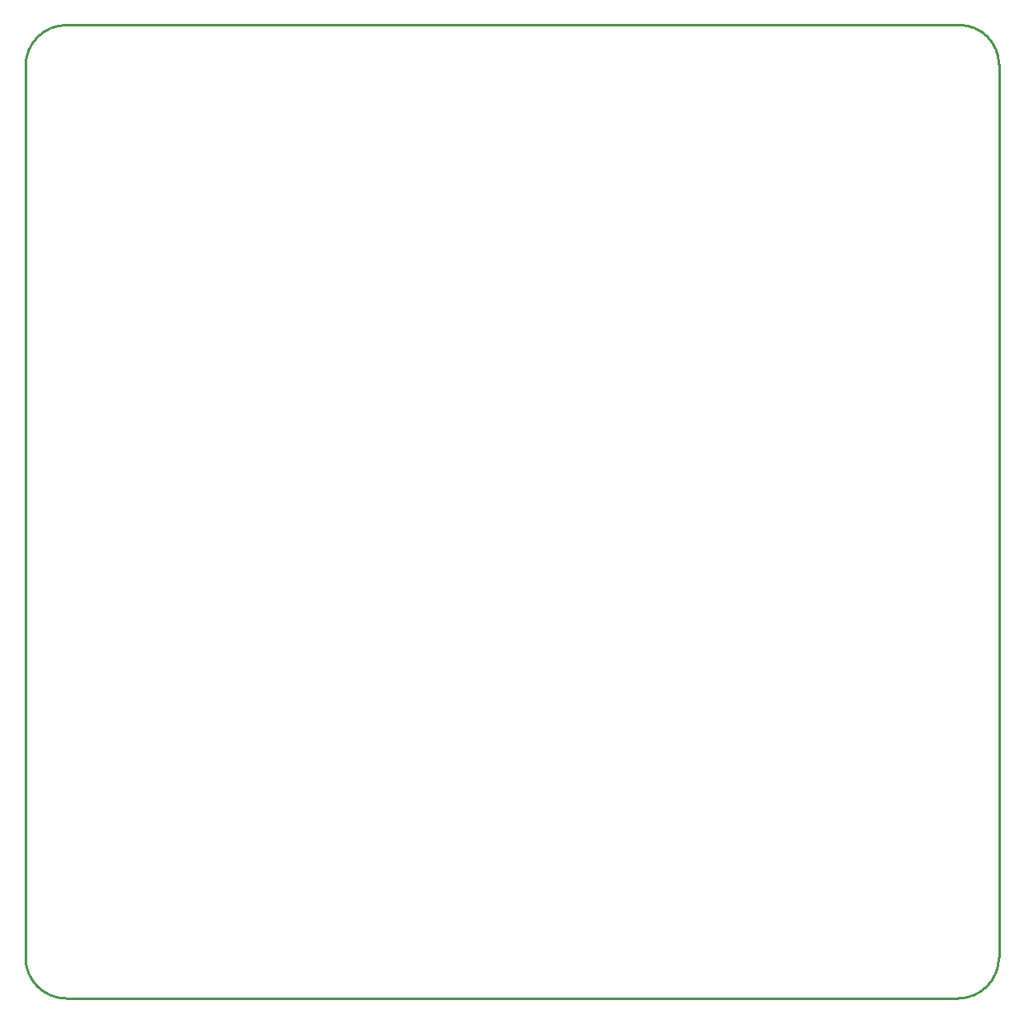
<source format=gko>
G04*
G04 #@! TF.GenerationSoftware,Altium Limited,Altium Designer,21.1.1 (26)*
G04*
G04 Layer_Color=16711935*
%FSLAX25Y25*%
%MOIN*%
G70*
G04*
G04 #@! TF.SameCoordinates,D2A9E7C0-570F-44F2-BFD0-2438B11671BC*
G04*
G04*
G04 #@! TF.FilePolarity,Positive*
G04*
G01*
G75*
%ADD16C,0.01000*%
D16*
X-0Y16339D02*
G03*
X16339Y-0I16339J0D01*
G01*
X393500Y377536D02*
G03*
X377536Y393500I-15964J0D01*
G01*
X377000Y0D02*
G03*
X393500Y16500I0J16500D01*
G01*
X16500Y393500D02*
G03*
X0Y377000I0J-16500D01*
G01*
X-0Y16339D02*
X0Y377000D01*
X16500Y393500D02*
X377536D01*
X16339Y-0D02*
X377000Y0D01*
X393500Y16500D02*
Y377536D01*
M02*

</source>
